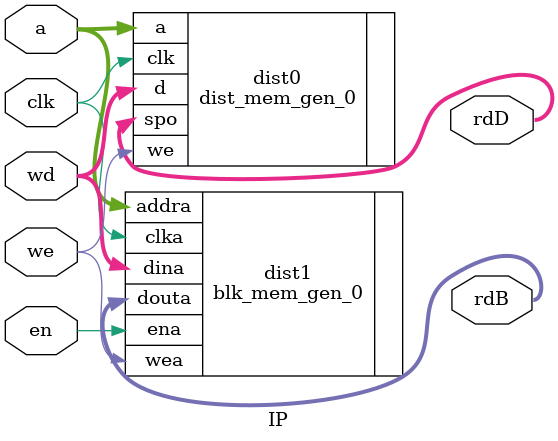
<source format=v>
module IP(
input [4:0] a,
input [15:0] wd,
input clk,
input we,en,
output [15:0] rdD, rdB
);
    
dist_mem_gen_0 dist0 (
  .a(a),      // input wire [4 : 0]  地址
  .d(wd),      // input wire [15 : 0] d 写数据
  .clk(clk),  // input wire clk
  .we(we),    // input wire we 写使能
  .spo(rdD)  // output wire [15 : 0] spo 读数据
);

blk_mem_gen_0 dist1 (
  .clka(clk),    // input wire clka
  .ena(en),      // input wire ena 总使能
  .wea(we),      // input wire [0 : 0] wea 写使能
  .addra(a),  // input wire [4 : 0] addra 地址
  .dina(wd),    // input wire [15 : 0] dina 写数据
  .douta(rdB)  // output wire [15 : 0] douta 读数据
);

endmodule

</source>
